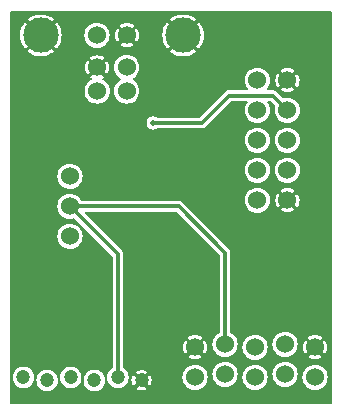
<source format=gbl>
%TF.GenerationSoftware,KiCad,Pcbnew,7.0.8*%
%TF.CreationDate,2024-04-09T21:16:55-04:00*%
%TF.ProjectId,petit-jtag,70657469-742d-46a7-9461-672e6b696361,1.1*%
%TF.SameCoordinates,PX8aadb58PY72b28c8*%
%TF.FileFunction,Copper,L2,Bot*%
%TF.FilePolarity,Positive*%
%FSLAX46Y46*%
G04 Gerber Fmt 4.6, Leading zero omitted, Abs format (unit mm)*
G04 Created by KiCad (PCBNEW 7.0.8) date 2024-04-09 21:16:55*
%MOMM*%
%LPD*%
G01*
G04 APERTURE LIST*
%TA.AperFunction,ComponentPad*%
%ADD10C,1.524000*%
%TD*%
%TA.AperFunction,ComponentPad*%
%ADD11C,3.000000*%
%TD*%
%TA.AperFunction,ComponentPad*%
%ADD12C,1.200000*%
%TD*%
%TA.AperFunction,ViaPad*%
%ADD13C,0.508000*%
%TD*%
%TA.AperFunction,Conductor*%
%ADD14C,0.304800*%
%TD*%
G04 APERTURE END LIST*
D10*
X8021000Y27159000D03*
X10521000Y27159000D03*
X10521000Y29159000D03*
X8021000Y29159000D03*
D11*
X3251000Y31869000D03*
X15291000Y31869000D03*
D10*
X5715000Y14859000D03*
X5715000Y17399000D03*
X5715000Y19939000D03*
X16306800Y2921000D03*
X16306800Y5461000D03*
X18846800Y3175000D03*
X18846800Y5715000D03*
X21386800Y2921000D03*
X21386800Y5461000D03*
X23926800Y3175000D03*
X23926800Y5715000D03*
X26466800Y2921000D03*
X26466800Y5461000D03*
D12*
X1778000Y2921000D03*
X3778000Y2667000D03*
X5778000Y2921000D03*
X7778000Y2667000D03*
X9778000Y2921000D03*
X11778000Y2667000D03*
D10*
X21590000Y28067000D03*
X24130000Y28067000D03*
X21590000Y25527000D03*
X24130000Y25527000D03*
X21590000Y22987000D03*
X24130000Y22987000D03*
X21590000Y20447000D03*
X24130000Y20447000D03*
X21590000Y17907000D03*
X24130000Y17907000D03*
X8001000Y31877000D03*
X10541000Y31877000D03*
D13*
X16408400Y20472400D03*
X12763500Y24447500D03*
D14*
X24130000Y25527000D02*
X22885400Y26771600D01*
X22885400Y26771600D02*
X19202400Y26771600D01*
X19202400Y26771600D02*
X16878300Y24447500D01*
X16878300Y24447500D02*
X12763500Y24447500D01*
X14909800Y17399000D02*
X18846800Y13462000D01*
X18846800Y13462000D02*
X18846800Y5715000D01*
X5715000Y17399000D02*
X14909800Y17399000D01*
X9778000Y2921000D02*
X9778000Y13336000D01*
X9778000Y13336000D02*
X5715000Y17399000D01*
%TA.AperFunction,Conductor*%
G36*
X27908101Y33887935D02*
G01*
X27938165Y33835864D01*
X27939500Y33820600D01*
X27939500Y723400D01*
X27918935Y666899D01*
X27866864Y636835D01*
X27851600Y635500D01*
X723400Y635500D01*
X666899Y656065D01*
X636835Y708136D01*
X635500Y723400D01*
X635500Y2920996D01*
X867713Y2920996D01*
X884152Y2764586D01*
X887605Y2731741D01*
X946411Y2550753D01*
X1041562Y2385947D01*
X1168899Y2244525D01*
X1322856Y2132668D01*
X1496706Y2055266D01*
X1682849Y2015700D01*
X1873151Y2015700D01*
X2059294Y2055266D01*
X2233144Y2132668D01*
X2387101Y2244525D01*
X2514438Y2385947D01*
X2609589Y2550753D01*
X2647358Y2666996D01*
X2867713Y2666996D01*
X2884152Y2510586D01*
X2887605Y2477741D01*
X2946411Y2296753D01*
X3041562Y2131947D01*
X3168899Y1990525D01*
X3322856Y1878668D01*
X3496706Y1801266D01*
X3682849Y1761700D01*
X3873151Y1761700D01*
X4059294Y1801266D01*
X4233144Y1878668D01*
X4387101Y1990525D01*
X4514438Y2131947D01*
X4609589Y2296753D01*
X4668395Y2477741D01*
X4688287Y2667000D01*
X4688287Y2667001D01*
X4688287Y2667005D01*
X4669523Y2845528D01*
X4668395Y2856259D01*
X4647361Y2920996D01*
X4867713Y2920996D01*
X4884152Y2764586D01*
X4887605Y2731741D01*
X4946411Y2550753D01*
X5041562Y2385947D01*
X5168899Y2244525D01*
X5322856Y2132668D01*
X5496706Y2055266D01*
X5682849Y2015700D01*
X5873151Y2015700D01*
X6059294Y2055266D01*
X6233144Y2132668D01*
X6387101Y2244525D01*
X6514438Y2385947D01*
X6609589Y2550753D01*
X6647358Y2666996D01*
X6867713Y2666996D01*
X6884152Y2510586D01*
X6887605Y2477741D01*
X6946411Y2296753D01*
X7041562Y2131947D01*
X7168899Y1990525D01*
X7322856Y1878668D01*
X7496706Y1801266D01*
X7682849Y1761700D01*
X7873151Y1761700D01*
X8059294Y1801266D01*
X8233144Y1878668D01*
X8387101Y1990525D01*
X8514438Y2131947D01*
X8609589Y2296753D01*
X8668395Y2477741D01*
X8688287Y2667000D01*
X8688287Y2667001D01*
X8688287Y2667005D01*
X8669523Y2845528D01*
X8668395Y2856259D01*
X8609589Y3037247D01*
X8514438Y3202053D01*
X8387101Y3343475D01*
X8351842Y3369092D01*
X8233147Y3455330D01*
X8233145Y3455331D01*
X8233144Y3455332D01*
X8059294Y3532734D01*
X8059291Y3532735D01*
X8059290Y3532735D01*
X7873151Y3572300D01*
X7682849Y3572300D01*
X7496708Y3532735D01*
X7496704Y3532733D01*
X7322858Y3455333D01*
X7168898Y3343475D01*
X7041563Y3202055D01*
X6946411Y3037248D01*
X6923188Y2965773D01*
X6903457Y2905045D01*
X6887604Y2856255D01*
X6867713Y2667005D01*
X6867713Y2666996D01*
X6647358Y2666996D01*
X6668395Y2731741D01*
X6681482Y2856255D01*
X6688287Y2920996D01*
X6688287Y2921005D01*
X6668395Y3110255D01*
X6668395Y3110259D01*
X6609589Y3291247D01*
X6514438Y3456053D01*
X6387101Y3597475D01*
X6274417Y3679345D01*
X6233147Y3709330D01*
X6233145Y3709331D01*
X6233144Y3709332D01*
X6059294Y3786734D01*
X6059291Y3786735D01*
X6059290Y3786735D01*
X5873151Y3826300D01*
X5682849Y3826300D01*
X5496708Y3786735D01*
X5496704Y3786733D01*
X5322858Y3709333D01*
X5168898Y3597475D01*
X5041563Y3456055D01*
X4946411Y3291248D01*
X4887604Y3110255D01*
X4867713Y2921005D01*
X4867713Y2920996D01*
X4647361Y2920996D01*
X4609589Y3037247D01*
X4514438Y3202053D01*
X4387101Y3343475D01*
X4351842Y3369092D01*
X4233147Y3455330D01*
X4233145Y3455331D01*
X4233144Y3455332D01*
X4059294Y3532734D01*
X4059291Y3532735D01*
X4059290Y3532735D01*
X3873151Y3572300D01*
X3682849Y3572300D01*
X3496708Y3532735D01*
X3496704Y3532733D01*
X3322858Y3455333D01*
X3168898Y3343475D01*
X3041563Y3202055D01*
X2946411Y3037248D01*
X2923188Y2965773D01*
X2903457Y2905045D01*
X2887604Y2856255D01*
X2867713Y2667005D01*
X2867713Y2666996D01*
X2647358Y2666996D01*
X2668395Y2731741D01*
X2681482Y2856255D01*
X2688287Y2920996D01*
X2688287Y2921005D01*
X2668395Y3110255D01*
X2668395Y3110259D01*
X2609589Y3291247D01*
X2514438Y3456053D01*
X2387101Y3597475D01*
X2274417Y3679345D01*
X2233147Y3709330D01*
X2233145Y3709331D01*
X2233144Y3709332D01*
X2059294Y3786734D01*
X2059291Y3786735D01*
X2059290Y3786735D01*
X1873151Y3826300D01*
X1682849Y3826300D01*
X1496708Y3786735D01*
X1496704Y3786733D01*
X1322858Y3709333D01*
X1168898Y3597475D01*
X1041563Y3456055D01*
X946411Y3291248D01*
X887604Y3110255D01*
X867713Y2921005D01*
X867713Y2920996D01*
X635500Y2920996D01*
X635500Y14859000D01*
X4642536Y14859000D01*
X4663144Y14649767D01*
X4724170Y14448591D01*
X4724170Y14448590D01*
X4724171Y14448587D01*
X4724172Y14448586D01*
X4823279Y14263171D01*
X4956653Y14100653D01*
X5119171Y13967279D01*
X5304586Y13868172D01*
X5304588Y13868172D01*
X5304589Y13868171D01*
X5436399Y13828187D01*
X5505773Y13807143D01*
X5715000Y13786536D01*
X5924227Y13807143D01*
X6125414Y13868172D01*
X6310829Y13967279D01*
X6473347Y14100653D01*
X6606721Y14263171D01*
X6705828Y14448586D01*
X6766857Y14649773D01*
X6787464Y14859000D01*
X6766857Y15068227D01*
X6705828Y15269414D01*
X6606721Y15454829D01*
X6473347Y15617347D01*
X6310829Y15750721D01*
X6125414Y15849828D01*
X6125413Y15849829D01*
X6125410Y15849830D01*
X5924233Y15910856D01*
X5924228Y15910857D01*
X5924227Y15910857D01*
X5715000Y15931464D01*
X5505773Y15910857D01*
X5505771Y15910857D01*
X5505766Y15910856D01*
X5304590Y15849830D01*
X5304589Y15849830D01*
X5119170Y15750721D01*
X4956655Y15617349D01*
X4956651Y15617345D01*
X4823279Y15454830D01*
X4724170Y15269411D01*
X4724170Y15269410D01*
X4663144Y15068234D01*
X4642536Y14859000D01*
X635500Y14859000D01*
X635500Y17399000D01*
X4642536Y17399000D01*
X4651186Y17311171D01*
X4663144Y17189767D01*
X4724170Y16988591D01*
X4724170Y16988590D01*
X4724171Y16988587D01*
X4724172Y16988586D01*
X4823279Y16803171D01*
X4956653Y16640653D01*
X5119171Y16507279D01*
X5304586Y16408172D01*
X5304588Y16408172D01*
X5304589Y16408171D01*
X5406308Y16377315D01*
X5505773Y16347143D01*
X5715000Y16326536D01*
X5924227Y16347143D01*
X6023689Y16377315D01*
X6083726Y16374038D01*
X6111360Y16355355D01*
X9294555Y13172160D01*
X9319966Y13117666D01*
X9320300Y13110005D01*
X9320300Y3752263D01*
X9299735Y3695762D01*
X9284067Y3681151D01*
X9168900Y3597476D01*
X9168898Y3597475D01*
X9041563Y3456055D01*
X8946411Y3291248D01*
X8887604Y3110255D01*
X8867713Y2921005D01*
X8867713Y2920996D01*
X8884152Y2764586D01*
X8887605Y2731741D01*
X8946411Y2550753D01*
X9041562Y2385947D01*
X9168899Y2244525D01*
X9322856Y2132668D01*
X9496706Y2055266D01*
X9682849Y2015700D01*
X9873151Y2015700D01*
X10059294Y2055266D01*
X10233144Y2132668D01*
X10387101Y2244525D01*
X10514438Y2385947D01*
X10609589Y2550753D01*
X10647358Y2666996D01*
X10919296Y2666996D01*
X10938059Y2488473D01*
X10938059Y2488471D01*
X10993535Y2317735D01*
X11073939Y2178469D01*
X11407851Y2512382D01*
X11450359Y2428955D01*
X11539955Y2339359D01*
X11623378Y2296853D01*
X11291435Y1964909D01*
X11291434Y1964909D01*
X11348648Y1923341D01*
X11512646Y1850325D01*
X11512648Y1850324D01*
X11688235Y1813001D01*
X11688244Y1813000D01*
X11867756Y1813000D01*
X11867764Y1813001D01*
X12043351Y1850324D01*
X12043353Y1850325D01*
X12207352Y1923342D01*
X12264563Y1964909D01*
X11932620Y2296852D01*
X12016045Y2339359D01*
X12105641Y2428955D01*
X12148148Y2512380D01*
X12482059Y2178469D01*
X12562462Y2317729D01*
X12617940Y2488471D01*
X12617940Y2488473D01*
X12636704Y2666996D01*
X12636704Y2667005D01*
X12617940Y2845528D01*
X12617940Y2845530D01*
X12593418Y2921000D01*
X15234336Y2921000D01*
X15252976Y2731741D01*
X15254944Y2711767D01*
X15315970Y2510591D01*
X15315970Y2510590D01*
X15315971Y2510587D01*
X15315972Y2510586D01*
X15415079Y2325171D01*
X15548453Y2162653D01*
X15710971Y2029279D01*
X15896386Y1930172D01*
X15896388Y1930172D01*
X15896389Y1930171D01*
X15918901Y1923342D01*
X16097573Y1869143D01*
X16306800Y1848536D01*
X16516027Y1869143D01*
X16717214Y1930172D01*
X16902629Y2029279D01*
X17065147Y2162653D01*
X17198521Y2325171D01*
X17297628Y2510586D01*
X17358657Y2711773D01*
X17379264Y2921000D01*
X17358657Y3130227D01*
X17345075Y3175000D01*
X17774336Y3175000D01*
X17787903Y3037247D01*
X17794944Y2965767D01*
X17855970Y2764591D01*
X17855970Y2764590D01*
X17855971Y2764587D01*
X17855972Y2764586D01*
X17955079Y2579171D01*
X18088453Y2416653D01*
X18250971Y2283279D01*
X18436386Y2184172D01*
X18637573Y2123143D01*
X18846800Y2102536D01*
X19056027Y2123143D01*
X19257214Y2184172D01*
X19442629Y2283279D01*
X19605147Y2416653D01*
X19738521Y2579171D01*
X19837628Y2764586D01*
X19885075Y2921000D01*
X20314336Y2921000D01*
X20332976Y2731741D01*
X20334944Y2711767D01*
X20395970Y2510591D01*
X20395970Y2510590D01*
X20395971Y2510587D01*
X20395972Y2510586D01*
X20495079Y2325171D01*
X20628453Y2162653D01*
X20790971Y2029279D01*
X20976386Y1930172D01*
X20976388Y1930172D01*
X20976389Y1930171D01*
X20998901Y1923342D01*
X21177573Y1869143D01*
X21386800Y1848536D01*
X21596027Y1869143D01*
X21797214Y1930172D01*
X21982629Y2029279D01*
X22145147Y2162653D01*
X22278521Y2325171D01*
X22377628Y2510586D01*
X22438657Y2711773D01*
X22459264Y2921000D01*
X22438657Y3130227D01*
X22425075Y3175000D01*
X22854336Y3175000D01*
X22867903Y3037247D01*
X22874944Y2965767D01*
X22935970Y2764591D01*
X22935970Y2764590D01*
X22935971Y2764587D01*
X22935972Y2764586D01*
X23035079Y2579171D01*
X23168453Y2416653D01*
X23330971Y2283279D01*
X23516386Y2184172D01*
X23717573Y2123143D01*
X23926800Y2102536D01*
X24136027Y2123143D01*
X24337214Y2184172D01*
X24522629Y2283279D01*
X24685147Y2416653D01*
X24818521Y2579171D01*
X24917628Y2764586D01*
X24965075Y2921000D01*
X25394336Y2921000D01*
X25412976Y2731741D01*
X25414944Y2711767D01*
X25475970Y2510591D01*
X25475970Y2510590D01*
X25475971Y2510587D01*
X25475972Y2510586D01*
X25575079Y2325171D01*
X25708453Y2162653D01*
X25870971Y2029279D01*
X26056386Y1930172D01*
X26056388Y1930172D01*
X26056389Y1930171D01*
X26078901Y1923342D01*
X26257573Y1869143D01*
X26466800Y1848536D01*
X26676027Y1869143D01*
X26877214Y1930172D01*
X27062629Y2029279D01*
X27225147Y2162653D01*
X27358521Y2325171D01*
X27457628Y2510586D01*
X27518657Y2711773D01*
X27539264Y2921000D01*
X27518657Y3130227D01*
X27457628Y3331414D01*
X27358521Y3516829D01*
X27225147Y3679347D01*
X27062629Y3812721D01*
X26877214Y3911828D01*
X26877213Y3911829D01*
X26877210Y3911830D01*
X26676033Y3972856D01*
X26676028Y3972857D01*
X26676027Y3972857D01*
X26466800Y3993464D01*
X26257573Y3972857D01*
X26257571Y3972857D01*
X26257566Y3972856D01*
X26056390Y3911830D01*
X26056389Y3911830D01*
X25870970Y3812721D01*
X25708455Y3679349D01*
X25708451Y3679345D01*
X25575079Y3516830D01*
X25475970Y3331411D01*
X25475970Y3331410D01*
X25414944Y3130234D01*
X25414943Y3130229D01*
X25414943Y3130227D01*
X25394336Y2921000D01*
X24965075Y2921000D01*
X24978657Y2965773D01*
X24999264Y3175000D01*
X24978657Y3384227D01*
X24917628Y3585414D01*
X24818521Y3770829D01*
X24685147Y3933347D01*
X24522629Y4066721D01*
X24337214Y4165828D01*
X24337213Y4165829D01*
X24337210Y4165830D01*
X24136033Y4226856D01*
X24136028Y4226857D01*
X24136027Y4226857D01*
X23926800Y4247464D01*
X23717573Y4226857D01*
X23717571Y4226857D01*
X23717566Y4226856D01*
X23516390Y4165830D01*
X23516389Y4165830D01*
X23330970Y4066721D01*
X23168455Y3933349D01*
X23168451Y3933345D01*
X23035079Y3770830D01*
X22935970Y3585411D01*
X22935970Y3585410D01*
X22874944Y3384234D01*
X22874943Y3384229D01*
X22874943Y3384227D01*
X22854336Y3175000D01*
X22425075Y3175000D01*
X22377628Y3331414D01*
X22278521Y3516829D01*
X22145147Y3679347D01*
X21982629Y3812721D01*
X21797214Y3911828D01*
X21797213Y3911829D01*
X21797210Y3911830D01*
X21596033Y3972856D01*
X21596028Y3972857D01*
X21596027Y3972857D01*
X21386800Y3993464D01*
X21177573Y3972857D01*
X21177571Y3972857D01*
X21177566Y3972856D01*
X20976390Y3911830D01*
X20976389Y3911830D01*
X20790970Y3812721D01*
X20628455Y3679349D01*
X20628451Y3679345D01*
X20495079Y3516830D01*
X20395970Y3331411D01*
X20395970Y3331410D01*
X20334944Y3130234D01*
X20334943Y3130229D01*
X20334943Y3130227D01*
X20314336Y2921000D01*
X19885075Y2921000D01*
X19898657Y2965773D01*
X19919264Y3175000D01*
X19898657Y3384227D01*
X19837628Y3585414D01*
X19738521Y3770829D01*
X19605147Y3933347D01*
X19442629Y4066721D01*
X19257214Y4165828D01*
X19257213Y4165829D01*
X19257210Y4165830D01*
X19056033Y4226856D01*
X19056028Y4226857D01*
X19056027Y4226857D01*
X18846800Y4247464D01*
X18637573Y4226857D01*
X18637571Y4226857D01*
X18637566Y4226856D01*
X18436390Y4165830D01*
X18436389Y4165830D01*
X18250970Y4066721D01*
X18088455Y3933349D01*
X18088451Y3933345D01*
X17955079Y3770830D01*
X17855970Y3585411D01*
X17855970Y3585410D01*
X17794944Y3384234D01*
X17794943Y3384229D01*
X17794943Y3384227D01*
X17774336Y3175000D01*
X17345075Y3175000D01*
X17297628Y3331414D01*
X17198521Y3516829D01*
X17065147Y3679347D01*
X16902629Y3812721D01*
X16717214Y3911828D01*
X16717213Y3911829D01*
X16717210Y3911830D01*
X16516033Y3972856D01*
X16516028Y3972857D01*
X16516027Y3972857D01*
X16306800Y3993464D01*
X16097573Y3972857D01*
X16097571Y3972857D01*
X16097566Y3972856D01*
X15896390Y3911830D01*
X15896389Y3911830D01*
X15710970Y3812721D01*
X15548455Y3679349D01*
X15548451Y3679345D01*
X15415079Y3516830D01*
X15315970Y3331411D01*
X15315970Y3331410D01*
X15254944Y3130234D01*
X15254943Y3130229D01*
X15254943Y3130227D01*
X15234336Y2921000D01*
X12593418Y2921000D01*
X12562463Y3016268D01*
X12482059Y3155533D01*
X12148147Y2821622D01*
X12105641Y2905045D01*
X12016045Y2994641D01*
X11932619Y3037149D01*
X12264563Y3369093D01*
X12207351Y3410660D01*
X12043353Y3483676D01*
X12043351Y3483677D01*
X11867764Y3521000D01*
X11688235Y3521000D01*
X11512648Y3483677D01*
X11512646Y3483676D01*
X11348645Y3410658D01*
X11291435Y3369093D01*
X11291435Y3369092D01*
X11623379Y3037148D01*
X11539955Y2994641D01*
X11450359Y2905045D01*
X11407851Y2821621D01*
X11073939Y3155533D01*
X10993535Y3016266D01*
X10938059Y2845530D01*
X10938059Y2845528D01*
X10919296Y2667005D01*
X10919296Y2666996D01*
X10647358Y2666996D01*
X10668395Y2731741D01*
X10681482Y2856255D01*
X10688287Y2920996D01*
X10688287Y2921005D01*
X10668395Y3110255D01*
X10668395Y3110259D01*
X10609589Y3291247D01*
X10514438Y3456053D01*
X10387101Y3597475D01*
X10350971Y3623726D01*
X10271933Y3681151D01*
X10238311Y3730999D01*
X10235700Y3752263D01*
X10235700Y5461000D01*
X15285884Y5461000D01*
X15305502Y5261823D01*
X15363596Y5070314D01*
X15457939Y4893809D01*
X15487752Y4857481D01*
X15854866Y5224596D01*
X15918931Y5124910D01*
X16029330Y5029248D01*
X16071373Y5010048D01*
X15703279Y4641954D01*
X15739608Y4612140D01*
X15916113Y4517797D01*
X16107622Y4459703D01*
X16306800Y4440085D01*
X16505977Y4459703D01*
X16697486Y4517797D01*
X16873994Y4612142D01*
X16910319Y4641954D01*
X16542226Y5010048D01*
X16584270Y5029248D01*
X16694669Y5124910D01*
X16758732Y5224595D01*
X17125846Y4857481D01*
X17155658Y4893806D01*
X17250003Y5070314D01*
X17308097Y5261823D01*
X17327715Y5461000D01*
X17308097Y5660178D01*
X17250003Y5851687D01*
X17155660Y6028192D01*
X17125846Y6064521D01*
X16758731Y5697407D01*
X16694669Y5797090D01*
X16584270Y5892752D01*
X16542224Y5911954D01*
X16910319Y6280048D01*
X16873991Y6309861D01*
X16697486Y6404204D01*
X16505977Y6462298D01*
X16306800Y6481916D01*
X16107622Y6462298D01*
X15916113Y6404204D01*
X15916109Y6404203D01*
X15739613Y6309865D01*
X15703279Y6280048D01*
X16071374Y5911953D01*
X16029330Y5892752D01*
X15918931Y5797090D01*
X15854867Y5697406D01*
X15487752Y6064521D01*
X15457935Y6028187D01*
X15363597Y5851691D01*
X15363596Y5851687D01*
X15305502Y5660178D01*
X15285884Y5461000D01*
X10235700Y5461000D01*
X10235700Y13307824D01*
X10235977Y13312749D01*
X10240547Y13353307D01*
X10229311Y13412687D01*
X10225383Y13438749D01*
X10220306Y13472433D01*
X10220305Y13472436D01*
X10218364Y13478729D01*
X10218601Y13478803D01*
X10217305Y13482740D01*
X10217070Y13482657D01*
X10214896Y13488868D01*
X10214895Y13488876D01*
X10186662Y13542295D01*
X10160441Y13596744D01*
X10160440Y13596745D01*
X10160440Y13596746D01*
X10156730Y13602188D01*
X10156933Y13602328D01*
X10154534Y13605710D01*
X10154335Y13605562D01*
X10150422Y13610864D01*
X10107704Y13653581D01*
X10094051Y13668295D01*
X10066595Y13697886D01*
X10066592Y13697888D01*
X10061445Y13701993D01*
X10061599Y13702187D01*
X10050851Y13710434D01*
X6970040Y16791245D01*
X6944629Y16845739D01*
X6960192Y16903817D01*
X7009445Y16938305D01*
X7032195Y16941300D01*
X14683804Y16941300D01*
X14740305Y16920735D01*
X14745959Y16915555D01*
X18363355Y13298160D01*
X18388766Y13243666D01*
X18389100Y13236005D01*
X18389100Y6733239D01*
X18368535Y6676738D01*
X18342637Y6655719D01*
X18250972Y6606722D01*
X18088455Y6473349D01*
X18088451Y6473345D01*
X17955079Y6310830D01*
X17855970Y6125411D01*
X17855970Y6125410D01*
X17794944Y5924234D01*
X17794943Y5924229D01*
X17794943Y5924227D01*
X17774336Y5715000D01*
X17779735Y5660178D01*
X17794944Y5505767D01*
X17855970Y5304591D01*
X17855970Y5304590D01*
X17855971Y5304587D01*
X17855972Y5304586D01*
X17955079Y5119171D01*
X18088453Y4956653D01*
X18250971Y4823279D01*
X18436386Y4724172D01*
X18637573Y4663143D01*
X18846800Y4642536D01*
X19056027Y4663143D01*
X19257214Y4724172D01*
X19442629Y4823279D01*
X19605147Y4956653D01*
X19738521Y5119171D01*
X19837628Y5304586D01*
X19885075Y5461000D01*
X20314336Y5461000D01*
X20333953Y5261823D01*
X20334944Y5251767D01*
X20395970Y5050591D01*
X20395970Y5050590D01*
X20395971Y5050587D01*
X20395972Y5050586D01*
X20495079Y4865171D01*
X20628453Y4702653D01*
X20790971Y4569279D01*
X20976386Y4470172D01*
X21177573Y4409143D01*
X21386800Y4388536D01*
X21596027Y4409143D01*
X21797214Y4470172D01*
X21982629Y4569279D01*
X22145147Y4702653D01*
X22278521Y4865171D01*
X22377628Y5050586D01*
X22438657Y5251773D01*
X22459264Y5461000D01*
X22438657Y5670227D01*
X22425075Y5715000D01*
X22854336Y5715000D01*
X22859735Y5660178D01*
X22874944Y5505767D01*
X22935970Y5304591D01*
X22935970Y5304590D01*
X22935971Y5304587D01*
X22935972Y5304586D01*
X23035079Y5119171D01*
X23168453Y4956653D01*
X23330971Y4823279D01*
X23516386Y4724172D01*
X23717573Y4663143D01*
X23926800Y4642536D01*
X24136027Y4663143D01*
X24337214Y4724172D01*
X24522629Y4823279D01*
X24685147Y4956653D01*
X24818521Y5119171D01*
X24917628Y5304586D01*
X24965075Y5461000D01*
X25445884Y5461000D01*
X25465502Y5261823D01*
X25523596Y5070314D01*
X25617939Y4893809D01*
X25647752Y4857481D01*
X26014866Y5224596D01*
X26078931Y5124910D01*
X26189330Y5029248D01*
X26231373Y5010048D01*
X25863279Y4641954D01*
X25899608Y4612140D01*
X26076113Y4517797D01*
X26267622Y4459703D01*
X26466800Y4440085D01*
X26665977Y4459703D01*
X26857486Y4517797D01*
X27033994Y4612142D01*
X27070319Y4641954D01*
X26702226Y5010048D01*
X26744270Y5029248D01*
X26854669Y5124910D01*
X26918732Y5224595D01*
X27285846Y4857481D01*
X27315658Y4893806D01*
X27410003Y5070314D01*
X27468097Y5261823D01*
X27487715Y5461000D01*
X27468097Y5660178D01*
X27410003Y5851687D01*
X27315660Y6028192D01*
X27285846Y6064521D01*
X26918731Y5697407D01*
X26854669Y5797090D01*
X26744270Y5892752D01*
X26702224Y5911954D01*
X27070319Y6280048D01*
X27033991Y6309861D01*
X26857486Y6404204D01*
X26665977Y6462298D01*
X26466800Y6481916D01*
X26267622Y6462298D01*
X26076113Y6404204D01*
X26076109Y6404203D01*
X25899613Y6309865D01*
X25863279Y6280048D01*
X26231374Y5911953D01*
X26189330Y5892752D01*
X26078931Y5797090D01*
X26014867Y5697406D01*
X25647752Y6064521D01*
X25617935Y6028187D01*
X25523597Y5851691D01*
X25523596Y5851687D01*
X25465502Y5660178D01*
X25445884Y5461000D01*
X24965075Y5461000D01*
X24978657Y5505773D01*
X24999264Y5715000D01*
X24978657Y5924227D01*
X24917628Y6125414D01*
X24818521Y6310829D01*
X24685147Y6473347D01*
X24522629Y6606721D01*
X24337214Y6705828D01*
X24337213Y6705829D01*
X24337210Y6705830D01*
X24136033Y6766856D01*
X24136028Y6766857D01*
X24136027Y6766857D01*
X23926800Y6787464D01*
X23717573Y6766857D01*
X23717571Y6766857D01*
X23717566Y6766856D01*
X23516390Y6705830D01*
X23516389Y6705830D01*
X23330970Y6606721D01*
X23168455Y6473349D01*
X23168451Y6473345D01*
X23035079Y6310830D01*
X22935970Y6125411D01*
X22935970Y6125410D01*
X22874944Y5924234D01*
X22874943Y5924229D01*
X22874943Y5924227D01*
X22854336Y5715000D01*
X22425075Y5715000D01*
X22377628Y5871414D01*
X22278521Y6056829D01*
X22145147Y6219347D01*
X21982629Y6352721D01*
X21797214Y6451828D01*
X21797213Y6451829D01*
X21797210Y6451830D01*
X21596033Y6512856D01*
X21596028Y6512857D01*
X21596027Y6512857D01*
X21386800Y6533464D01*
X21177573Y6512857D01*
X21177571Y6512857D01*
X21177566Y6512856D01*
X20976390Y6451830D01*
X20976389Y6451830D01*
X20790970Y6352721D01*
X20628455Y6219349D01*
X20628451Y6219345D01*
X20495079Y6056830D01*
X20395970Y5871411D01*
X20395970Y5871410D01*
X20334944Y5670234D01*
X20334943Y5670229D01*
X20334943Y5670227D01*
X20314336Y5461000D01*
X19885075Y5461000D01*
X19898657Y5505773D01*
X19919264Y5715000D01*
X19898657Y5924227D01*
X19837628Y6125414D01*
X19738521Y6310829D01*
X19605147Y6473347D01*
X19442629Y6606721D01*
X19437490Y6609468D01*
X19350963Y6655719D01*
X19310828Y6700490D01*
X19304500Y6733239D01*
X19304500Y13433824D01*
X19304777Y13438749D01*
X19309347Y13479307D01*
X19298111Y13538687D01*
X19297567Y13542295D01*
X19289106Y13598433D01*
X19289105Y13598436D01*
X19287164Y13604729D01*
X19287401Y13604803D01*
X19286105Y13608740D01*
X19285870Y13608657D01*
X19283696Y13614868D01*
X19283695Y13614876D01*
X19255462Y13668295D01*
X19229241Y13722744D01*
X19229240Y13722745D01*
X19229240Y13722746D01*
X19225530Y13728188D01*
X19225733Y13728328D01*
X19223334Y13731710D01*
X19223135Y13731562D01*
X19219222Y13736864D01*
X19176504Y13779581D01*
X19150928Y13807145D01*
X19135395Y13823886D01*
X19135392Y13823888D01*
X19130245Y13827993D01*
X19130399Y13828187D01*
X19119651Y13836434D01*
X15253364Y17702721D01*
X15250081Y17706395D01*
X15224632Y17738308D01*
X15174694Y17772355D01*
X15126083Y17808232D01*
X15120261Y17811309D01*
X15120375Y17811526D01*
X15116668Y17813398D01*
X15116562Y17813175D01*
X15110630Y17816032D01*
X15052885Y17833844D01*
X14995852Y17853801D01*
X14989383Y17855025D01*
X14989428Y17855266D01*
X14985335Y17855962D01*
X14985299Y17855719D01*
X14978790Y17856700D01*
X14978787Y17856700D01*
X14918363Y17856700D01*
X14857975Y17858960D01*
X14857974Y17858960D01*
X14857968Y17858960D01*
X14851428Y17858223D01*
X14851400Y17858469D01*
X14837967Y17856700D01*
X6733238Y17856700D01*
X6676737Y17877265D01*
X6655717Y17903164D01*
X6653667Y17907000D01*
X20517536Y17907000D01*
X20537484Y17704462D01*
X20538144Y17697767D01*
X20599170Y17496591D01*
X20599170Y17496590D01*
X20599171Y17496587D01*
X20599172Y17496586D01*
X20698279Y17311171D01*
X20831653Y17148653D01*
X20994171Y17015279D01*
X21179586Y16916172D01*
X21380773Y16855143D01*
X21590000Y16834536D01*
X21799227Y16855143D01*
X22000414Y16916172D01*
X22185829Y17015279D01*
X22348347Y17148653D01*
X22481721Y17311171D01*
X22580828Y17496586D01*
X22641857Y17697773D01*
X22662464Y17907000D01*
X23109084Y17907000D01*
X23128702Y17707823D01*
X23186796Y17516314D01*
X23281139Y17339809D01*
X23310952Y17303481D01*
X23678066Y17670596D01*
X23742131Y17570910D01*
X23852530Y17475248D01*
X23894573Y17456048D01*
X23526479Y17087954D01*
X23562808Y17058140D01*
X23739313Y16963797D01*
X23930822Y16905703D01*
X24130000Y16886085D01*
X24329177Y16905703D01*
X24520686Y16963797D01*
X24697194Y17058142D01*
X24733519Y17087954D01*
X24365426Y17456048D01*
X24407470Y17475248D01*
X24517869Y17570910D01*
X24581932Y17670595D01*
X24949046Y17303481D01*
X24978858Y17339806D01*
X25073203Y17516314D01*
X25131297Y17707823D01*
X25150915Y17907000D01*
X25131297Y18106178D01*
X25073203Y18297687D01*
X24978860Y18474192D01*
X24949046Y18510521D01*
X24581931Y18143407D01*
X24517869Y18243090D01*
X24407470Y18338752D01*
X24365424Y18357954D01*
X24733519Y18726048D01*
X24697191Y18755861D01*
X24520686Y18850204D01*
X24329177Y18908298D01*
X24130000Y18927916D01*
X23930822Y18908298D01*
X23739313Y18850204D01*
X23739309Y18850203D01*
X23562813Y18755865D01*
X23526479Y18726048D01*
X23894574Y18357953D01*
X23852530Y18338752D01*
X23742131Y18243090D01*
X23678067Y18143406D01*
X23310952Y18510521D01*
X23281135Y18474187D01*
X23186797Y18297691D01*
X23186796Y18297687D01*
X23128702Y18106178D01*
X23109084Y17907000D01*
X22662464Y17907000D01*
X22641857Y18116227D01*
X22629383Y18157347D01*
X22580829Y18317410D01*
X22580829Y18317411D01*
X22580828Y18317412D01*
X22580828Y18317414D01*
X22481721Y18502829D01*
X22348347Y18665347D01*
X22185829Y18798721D01*
X22000414Y18897828D01*
X22000413Y18897829D01*
X22000410Y18897830D01*
X21799233Y18958856D01*
X21799228Y18958857D01*
X21799227Y18958857D01*
X21590000Y18979464D01*
X21380773Y18958857D01*
X21380771Y18958857D01*
X21380766Y18958856D01*
X21179590Y18897830D01*
X21179589Y18897830D01*
X20994170Y18798721D01*
X20831655Y18665349D01*
X20831651Y18665345D01*
X20698279Y18502830D01*
X20599170Y18317411D01*
X20599170Y18317410D01*
X20538144Y18116234D01*
X20538143Y18116229D01*
X20538143Y18116227D01*
X20517536Y17907000D01*
X6653667Y17907000D01*
X6606720Y17994830D01*
X6473347Y18157347D01*
X6310829Y18290721D01*
X6125414Y18389828D01*
X6125413Y18389829D01*
X6125410Y18389830D01*
X5924233Y18450856D01*
X5924228Y18450857D01*
X5924227Y18450857D01*
X5715000Y18471464D01*
X5505773Y18450857D01*
X5505771Y18450857D01*
X5505766Y18450856D01*
X5304590Y18389830D01*
X5304589Y18389830D01*
X5119170Y18290721D01*
X4956655Y18157349D01*
X4956651Y18157345D01*
X4823279Y17994830D01*
X4724170Y17809411D01*
X4724170Y17809410D01*
X4663144Y17608234D01*
X4663143Y17608229D01*
X4663143Y17608227D01*
X4642536Y17399000D01*
X635500Y17399000D01*
X635500Y19939000D01*
X4642536Y19939000D01*
X4651186Y19851171D01*
X4663144Y19729767D01*
X4724170Y19528591D01*
X4724170Y19528590D01*
X4724171Y19528587D01*
X4724172Y19528586D01*
X4823279Y19343171D01*
X4956653Y19180653D01*
X5119171Y19047279D01*
X5304586Y18948172D01*
X5304588Y18948172D01*
X5304589Y18948171D01*
X5436033Y18908298D01*
X5505773Y18887143D01*
X5715000Y18866536D01*
X5924227Y18887143D01*
X6125414Y18948172D01*
X6310829Y19047279D01*
X6473347Y19180653D01*
X6606721Y19343171D01*
X6705828Y19528586D01*
X6766857Y19729773D01*
X6787464Y19939000D01*
X6766857Y20148227D01*
X6705828Y20349414D01*
X6653667Y20447000D01*
X20517536Y20447000D01*
X20527147Y20349414D01*
X20538144Y20237767D01*
X20599170Y20036591D01*
X20599170Y20036590D01*
X20599171Y20036587D01*
X20599172Y20036586D01*
X20698279Y19851171D01*
X20831653Y19688653D01*
X20994171Y19555279D01*
X21179586Y19456172D01*
X21380773Y19395143D01*
X21590000Y19374536D01*
X21799227Y19395143D01*
X22000414Y19456172D01*
X22185829Y19555279D01*
X22348347Y19688653D01*
X22481721Y19851171D01*
X22580828Y20036586D01*
X22641857Y20237773D01*
X22662464Y20447000D01*
X23057536Y20447000D01*
X23067147Y20349414D01*
X23078144Y20237767D01*
X23139170Y20036591D01*
X23139170Y20036590D01*
X23139171Y20036587D01*
X23139172Y20036586D01*
X23238279Y19851171D01*
X23371653Y19688653D01*
X23534171Y19555279D01*
X23719586Y19456172D01*
X23920773Y19395143D01*
X24130000Y19374536D01*
X24339227Y19395143D01*
X24540414Y19456172D01*
X24725829Y19555279D01*
X24888347Y19688653D01*
X25021721Y19851171D01*
X25120828Y20036586D01*
X25181857Y20237773D01*
X25202464Y20447000D01*
X25181857Y20656227D01*
X25169383Y20697347D01*
X25120829Y20857410D01*
X25120829Y20857411D01*
X25120828Y20857412D01*
X25120828Y20857414D01*
X25021721Y21042829D01*
X24888347Y21205347D01*
X24725829Y21338721D01*
X24540414Y21437828D01*
X24540413Y21437829D01*
X24540410Y21437830D01*
X24339233Y21498856D01*
X24339228Y21498857D01*
X24339227Y21498857D01*
X24130000Y21519464D01*
X23920773Y21498857D01*
X23920771Y21498857D01*
X23920766Y21498856D01*
X23719590Y21437830D01*
X23719589Y21437830D01*
X23534170Y21338721D01*
X23371655Y21205349D01*
X23371651Y21205345D01*
X23238279Y21042830D01*
X23139170Y20857411D01*
X23139170Y20857410D01*
X23078144Y20656234D01*
X23078143Y20656229D01*
X23078143Y20656227D01*
X23057536Y20447000D01*
X22662464Y20447000D01*
X22641857Y20656227D01*
X22629383Y20697347D01*
X22580829Y20857410D01*
X22580829Y20857411D01*
X22580828Y20857412D01*
X22580828Y20857414D01*
X22481721Y21042829D01*
X22348347Y21205347D01*
X22185829Y21338721D01*
X22000414Y21437828D01*
X22000413Y21437829D01*
X22000410Y21437830D01*
X21799233Y21498856D01*
X21799228Y21498857D01*
X21799227Y21498857D01*
X21590000Y21519464D01*
X21380773Y21498857D01*
X21380771Y21498857D01*
X21380766Y21498856D01*
X21179590Y21437830D01*
X21179589Y21437830D01*
X20994170Y21338721D01*
X20831655Y21205349D01*
X20831651Y21205345D01*
X20698279Y21042830D01*
X20599170Y20857411D01*
X20599170Y20857410D01*
X20538144Y20656234D01*
X20538143Y20656229D01*
X20538143Y20656227D01*
X20517536Y20447000D01*
X6653667Y20447000D01*
X6606721Y20534829D01*
X6473347Y20697347D01*
X6310829Y20830721D01*
X6125414Y20929828D01*
X6125413Y20929829D01*
X6125410Y20929830D01*
X5924233Y20990856D01*
X5924228Y20990857D01*
X5924227Y20990857D01*
X5715000Y21011464D01*
X5505773Y20990857D01*
X5505771Y20990857D01*
X5505766Y20990856D01*
X5304590Y20929830D01*
X5304589Y20929830D01*
X5119170Y20830721D01*
X4956655Y20697349D01*
X4956651Y20697345D01*
X4823279Y20534830D01*
X4724170Y20349411D01*
X4724170Y20349410D01*
X4663144Y20148234D01*
X4663143Y20148229D01*
X4663143Y20148227D01*
X4642536Y19939000D01*
X635500Y19939000D01*
X635500Y22987000D01*
X20517536Y22987000D01*
X20538144Y22777767D01*
X20599170Y22576591D01*
X20599170Y22576590D01*
X20599171Y22576587D01*
X20599172Y22576586D01*
X20698279Y22391171D01*
X20831653Y22228653D01*
X20994171Y22095279D01*
X21179586Y21996172D01*
X21380773Y21935143D01*
X21590000Y21914536D01*
X21799227Y21935143D01*
X22000414Y21996172D01*
X22185829Y22095279D01*
X22348347Y22228653D01*
X22481721Y22391171D01*
X22580828Y22576586D01*
X22641857Y22777773D01*
X22662464Y22987000D01*
X23057536Y22987000D01*
X23078144Y22777767D01*
X23139170Y22576591D01*
X23139170Y22576590D01*
X23139171Y22576587D01*
X23139172Y22576586D01*
X23238279Y22391171D01*
X23371653Y22228653D01*
X23534171Y22095279D01*
X23719586Y21996172D01*
X23920773Y21935143D01*
X24130000Y21914536D01*
X24339227Y21935143D01*
X24540414Y21996172D01*
X24725829Y22095279D01*
X24888347Y22228653D01*
X25021721Y22391171D01*
X25120828Y22576586D01*
X25181857Y22777773D01*
X25202464Y22987000D01*
X25181857Y23196227D01*
X25120828Y23397414D01*
X25021721Y23582829D01*
X24888347Y23745347D01*
X24725829Y23878721D01*
X24540414Y23977828D01*
X24540413Y23977829D01*
X24540410Y23977830D01*
X24339233Y24038856D01*
X24339228Y24038857D01*
X24339227Y24038857D01*
X24130000Y24059464D01*
X23920773Y24038857D01*
X23920771Y24038857D01*
X23920766Y24038856D01*
X23719590Y23977830D01*
X23719589Y23977830D01*
X23534170Y23878721D01*
X23371655Y23745349D01*
X23371651Y23745345D01*
X23238279Y23582830D01*
X23139170Y23397411D01*
X23139170Y23397410D01*
X23078144Y23196234D01*
X23057536Y22987000D01*
X22662464Y22987000D01*
X22641857Y23196227D01*
X22580828Y23397414D01*
X22481721Y23582829D01*
X22348347Y23745347D01*
X22185829Y23878721D01*
X22000414Y23977828D01*
X22000413Y23977829D01*
X22000410Y23977830D01*
X21799233Y24038856D01*
X21799228Y24038857D01*
X21799227Y24038857D01*
X21590000Y24059464D01*
X21380773Y24038857D01*
X21380771Y24038857D01*
X21380766Y24038856D01*
X21179590Y23977830D01*
X21179589Y23977830D01*
X20994170Y23878721D01*
X20831655Y23745349D01*
X20831651Y23745345D01*
X20698279Y23582830D01*
X20599170Y23397411D01*
X20599170Y23397410D01*
X20538144Y23196234D01*
X20517536Y22987000D01*
X635500Y22987000D01*
X635500Y24447500D01*
X12199374Y24447500D01*
X12218596Y24301493D01*
X12274953Y24165437D01*
X12274957Y24165430D01*
X12364597Y24048610D01*
X12364599Y24048608D01*
X12364603Y24048603D01*
X12364607Y24048600D01*
X12364609Y24048598D01*
X12481429Y23958958D01*
X12481434Y23958955D01*
X12481437Y23958953D01*
X12617493Y23902596D01*
X12763500Y23883374D01*
X12909507Y23902596D01*
X13045563Y23958953D01*
X13062093Y23971638D01*
X13115602Y23989800D01*
X16850123Y23989800D01*
X16855048Y23989523D01*
X16895606Y23984953D01*
X16895606Y23984954D01*
X16895607Y23984953D01*
X16954986Y23996189D01*
X17014733Y24005194D01*
X17014738Y24005197D01*
X17021030Y24007137D01*
X17021104Y24006897D01*
X17025039Y24008192D01*
X17024956Y24008429D01*
X17031168Y24010604D01*
X17031176Y24010605D01*
X17084599Y24038840D01*
X17139044Y24065059D01*
X17139046Y24065062D01*
X17144487Y24068770D01*
X17144628Y24068563D01*
X17148006Y24070960D01*
X17147858Y24071161D01*
X17153160Y24075075D01*
X17153159Y24075075D01*
X17153162Y24075076D01*
X17195894Y24117809D01*
X17240186Y24158905D01*
X17240187Y24158906D01*
X17244295Y24164057D01*
X17244489Y24163903D01*
X17252730Y24174646D01*
X19366240Y26288155D01*
X19420734Y26313566D01*
X19428395Y26313900D01*
X20669238Y26313900D01*
X20725739Y26293335D01*
X20755803Y26241264D01*
X20745362Y26182050D01*
X20737189Y26170242D01*
X20735491Y26168172D01*
X20698279Y26122830D01*
X20599170Y25937411D01*
X20599170Y25937410D01*
X20538144Y25736234D01*
X20517536Y25527000D01*
X20538144Y25317767D01*
X20599170Y25116591D01*
X20599170Y25116590D01*
X20599171Y25116587D01*
X20599172Y25116586D01*
X20698279Y24931171D01*
X20831653Y24768653D01*
X20994171Y24635279D01*
X21179586Y24536172D01*
X21380773Y24475143D01*
X21590000Y24454536D01*
X21799227Y24475143D01*
X22000414Y24536172D01*
X22185829Y24635279D01*
X22348347Y24768653D01*
X22481721Y24931171D01*
X22580828Y25116586D01*
X22641857Y25317773D01*
X22662464Y25527000D01*
X22641857Y25736227D01*
X22580828Y25937414D01*
X22481721Y26122829D01*
X22442813Y26170239D01*
X22422867Y26226959D01*
X22444047Y26283232D01*
X22496444Y26312726D01*
X22510762Y26313900D01*
X22659404Y26313900D01*
X22715905Y26293335D01*
X22721559Y26288155D01*
X23086354Y25923361D01*
X23111765Y25868867D01*
X23108314Y25835690D01*
X23078145Y25736236D01*
X23078143Y25736229D01*
X23057536Y25527000D01*
X23078144Y25317767D01*
X23139170Y25116591D01*
X23139170Y25116590D01*
X23139171Y25116587D01*
X23139172Y25116586D01*
X23238279Y24931171D01*
X23371653Y24768653D01*
X23534171Y24635279D01*
X23719586Y24536172D01*
X23920773Y24475143D01*
X24130000Y24454536D01*
X24339227Y24475143D01*
X24540414Y24536172D01*
X24725829Y24635279D01*
X24888347Y24768653D01*
X25021721Y24931171D01*
X25120828Y25116586D01*
X25181857Y25317773D01*
X25202464Y25527000D01*
X25181857Y25736227D01*
X25120828Y25937414D01*
X25021721Y26122829D01*
X24888347Y26285347D01*
X24725829Y26418721D01*
X24540414Y26517828D01*
X24540413Y26517829D01*
X24540410Y26517830D01*
X24339233Y26578856D01*
X24339228Y26578857D01*
X24339227Y26578857D01*
X24130000Y26599464D01*
X23920771Y26578857D01*
X23920764Y26578855D01*
X23821310Y26548686D01*
X23761272Y26551964D01*
X23733639Y26570646D01*
X23228963Y27075322D01*
X23225688Y27078987D01*
X23200232Y27110908D01*
X23150294Y27144955D01*
X23131264Y27159000D01*
X23101683Y27180832D01*
X23095861Y27183909D01*
X23095975Y27184126D01*
X23092268Y27185998D01*
X23092162Y27185775D01*
X23086230Y27188632D01*
X23028485Y27206444D01*
X22971452Y27226401D01*
X22964983Y27227625D01*
X22965028Y27227866D01*
X22960935Y27228562D01*
X22960899Y27228319D01*
X22954390Y27229300D01*
X22954387Y27229300D01*
X22893963Y27229300D01*
X22833575Y27231560D01*
X22833574Y27231560D01*
X22833568Y27231560D01*
X22827028Y27230823D01*
X22827000Y27231069D01*
X22813567Y27229300D01*
X22469072Y27229300D01*
X22412571Y27249865D01*
X22382507Y27301936D01*
X22392948Y27361150D01*
X22401124Y27372963D01*
X22481721Y27471171D01*
X22580828Y27656586D01*
X22641857Y27857773D01*
X22662464Y28067000D01*
X23109084Y28067000D01*
X23128702Y27867823D01*
X23186796Y27676314D01*
X23281139Y27499809D01*
X23310952Y27463481D01*
X23678066Y27830596D01*
X23742131Y27730910D01*
X23852530Y27635248D01*
X23894573Y27616048D01*
X23526479Y27247954D01*
X23562808Y27218140D01*
X23739313Y27123797D01*
X23930822Y27065703D01*
X24130000Y27046085D01*
X24329177Y27065703D01*
X24520686Y27123797D01*
X24697194Y27218142D01*
X24733519Y27247954D01*
X24365426Y27616048D01*
X24407470Y27635248D01*
X24517869Y27730910D01*
X24581932Y27830595D01*
X24949046Y27463481D01*
X24978858Y27499806D01*
X25073203Y27676314D01*
X25131297Y27867823D01*
X25150915Y28067000D01*
X25131297Y28266178D01*
X25073203Y28457687D01*
X24978860Y28634192D01*
X24949046Y28670521D01*
X24581931Y28303407D01*
X24517869Y28403090D01*
X24407470Y28498752D01*
X24365424Y28517954D01*
X24733519Y28886048D01*
X24697191Y28915861D01*
X24520686Y29010204D01*
X24329177Y29068298D01*
X24130000Y29087916D01*
X23930822Y29068298D01*
X23739313Y29010204D01*
X23739309Y29010203D01*
X23562813Y28915865D01*
X23526479Y28886048D01*
X23894574Y28517953D01*
X23852530Y28498752D01*
X23742131Y28403090D01*
X23678067Y28303406D01*
X23310952Y28670521D01*
X23281135Y28634187D01*
X23186797Y28457691D01*
X23186796Y28457687D01*
X23128702Y28266178D01*
X23109084Y28067000D01*
X22662464Y28067000D01*
X22641857Y28276227D01*
X22580828Y28477414D01*
X22481721Y28662829D01*
X22348347Y28825347D01*
X22185829Y28958721D01*
X22000414Y29057828D01*
X22000413Y29057829D01*
X22000410Y29057830D01*
X21799233Y29118856D01*
X21799228Y29118857D01*
X21799227Y29118857D01*
X21590000Y29139464D01*
X21380773Y29118857D01*
X21380771Y29118857D01*
X21380766Y29118856D01*
X21179590Y29057830D01*
X21179589Y29057830D01*
X20994170Y28958721D01*
X20831655Y28825349D01*
X20831651Y28825345D01*
X20698279Y28662830D01*
X20599170Y28477411D01*
X20599170Y28477410D01*
X20538144Y28276234D01*
X20538143Y28276229D01*
X20538143Y28276227D01*
X20517536Y28067000D01*
X20537153Y27867823D01*
X20538144Y27857767D01*
X20599170Y27656591D01*
X20599170Y27656590D01*
X20599171Y27656587D01*
X20599172Y27656586D01*
X20643013Y27574565D01*
X20698279Y27471171D01*
X20778876Y27372963D01*
X20798823Y27316241D01*
X20777643Y27259968D01*
X20725246Y27230474D01*
X20710928Y27229300D01*
X19230577Y27229300D01*
X19225652Y27229577D01*
X19185095Y27234147D01*
X19185094Y27234147D01*
X19185093Y27234147D01*
X19125713Y27222912D01*
X19065964Y27213906D01*
X19059674Y27211965D01*
X19059601Y27212200D01*
X19055655Y27210902D01*
X19055737Y27210669D01*
X19049525Y27208496D01*
X18996105Y27180263D01*
X18941653Y27154041D01*
X18936216Y27150333D01*
X18936078Y27150535D01*
X18932691Y27148132D01*
X18932837Y27147934D01*
X18927536Y27144022D01*
X18884819Y27101305D01*
X18840514Y27060195D01*
X18836404Y27055042D01*
X18836211Y27055196D01*
X18827967Y27044454D01*
X16714460Y24930945D01*
X16659966Y24905534D01*
X16652305Y24905200D01*
X13115602Y24905200D01*
X13062093Y24923363D01*
X13052212Y24930945D01*
X13045563Y24936047D01*
X12909507Y24992404D01*
X12763500Y25011626D01*
X12617492Y24992404D01*
X12481436Y24936047D01*
X12481429Y24936043D01*
X12364609Y24846403D01*
X12364597Y24846391D01*
X12274957Y24729571D01*
X12274953Y24729564D01*
X12218596Y24593508D01*
X12199374Y24447501D01*
X12199374Y24447500D01*
X635500Y24447500D01*
X635500Y27159000D01*
X6948536Y27159000D01*
X6958267Y27060195D01*
X6969144Y26949767D01*
X7030170Y26748591D01*
X7030170Y26748590D01*
X7030171Y26748587D01*
X7030172Y26748586D01*
X7129279Y26563171D01*
X7262653Y26400653D01*
X7425171Y26267279D01*
X7610586Y26168172D01*
X7610588Y26168172D01*
X7610589Y26168171D01*
X7760062Y26122829D01*
X7811773Y26107143D01*
X8021000Y26086536D01*
X8230227Y26107143D01*
X8431414Y26168172D01*
X8616829Y26267279D01*
X8779347Y26400653D01*
X8912721Y26563171D01*
X9011828Y26748586D01*
X9072857Y26949773D01*
X9093464Y27159000D01*
X9448536Y27159000D01*
X9458267Y27060195D01*
X9469144Y26949767D01*
X9530170Y26748591D01*
X9530170Y26748590D01*
X9530171Y26748587D01*
X9530172Y26748586D01*
X9629279Y26563171D01*
X9762653Y26400653D01*
X9925171Y26267279D01*
X10110586Y26168172D01*
X10110588Y26168172D01*
X10110589Y26168171D01*
X10260062Y26122829D01*
X10311773Y26107143D01*
X10521000Y26086536D01*
X10730227Y26107143D01*
X10931414Y26168172D01*
X11116829Y26267279D01*
X11279347Y26400653D01*
X11412721Y26563171D01*
X11511828Y26748586D01*
X11572857Y26949773D01*
X11593464Y27159000D01*
X11572857Y27368227D01*
X11511828Y27569414D01*
X11412721Y27754829D01*
X11279347Y27917347D01*
X11116829Y28050721D01*
X11059282Y28081481D01*
X11019149Y28126250D01*
X11017182Y28186345D01*
X11054303Y28233645D01*
X11059269Y28236513D01*
X11116829Y28267279D01*
X11279347Y28400653D01*
X11412721Y28563171D01*
X11511828Y28748586D01*
X11572857Y28949773D01*
X11593464Y29159000D01*
X11572857Y29368227D01*
X11511828Y29569414D01*
X11412721Y29754829D01*
X11279347Y29917347D01*
X11116829Y30050721D01*
X10931414Y30149828D01*
X10931413Y30149829D01*
X10931410Y30149830D01*
X10730233Y30210856D01*
X10730228Y30210857D01*
X10730227Y30210857D01*
X10521000Y30231464D01*
X10311773Y30210857D01*
X10311771Y30210857D01*
X10311766Y30210856D01*
X10110590Y30149830D01*
X10110589Y30149830D01*
X9925170Y30050721D01*
X9762655Y29917349D01*
X9762651Y29917345D01*
X9629279Y29754830D01*
X9530170Y29569411D01*
X9530170Y29569410D01*
X9469144Y29368234D01*
X9469143Y29368229D01*
X9469143Y29368227D01*
X9448536Y29159000D01*
X9468153Y28959823D01*
X9469144Y28949767D01*
X9530170Y28748591D01*
X9530170Y28748590D01*
X9530171Y28748587D01*
X9530172Y28748586D01*
X9629279Y28563171D01*
X9762653Y28400653D01*
X9925171Y28267279D01*
X9982715Y28236521D01*
X10022850Y28191749D01*
X10024817Y28131654D01*
X9987696Y28084355D01*
X9982715Y28081479D01*
X9925170Y28050721D01*
X9762655Y27917349D01*
X9762651Y27917345D01*
X9629279Y27754830D01*
X9530170Y27569411D01*
X9530170Y27569410D01*
X9469144Y27368234D01*
X9469143Y27368229D01*
X9469143Y27368227D01*
X9448536Y27159000D01*
X9093464Y27159000D01*
X9072857Y27368227D01*
X9011828Y27569414D01*
X8912721Y27754829D01*
X8779347Y27917347D01*
X8616829Y28050721D01*
X8504870Y28110565D01*
X8464737Y28155334D01*
X8462770Y28215429D01*
X8499891Y28262729D01*
X8504872Y28265605D01*
X8588194Y28310142D01*
X8624519Y28339954D01*
X8256426Y28708048D01*
X8298470Y28727248D01*
X8408869Y28822910D01*
X8472932Y28922595D01*
X8840046Y28555481D01*
X8869858Y28591806D01*
X8964203Y28768314D01*
X9022297Y28959823D01*
X9041915Y29159000D01*
X9022297Y29358178D01*
X8964203Y29549687D01*
X8869860Y29726192D01*
X8840046Y29762521D01*
X8472931Y29395407D01*
X8408869Y29495090D01*
X8298470Y29590752D01*
X8256424Y29609954D01*
X8624519Y29978048D01*
X8588191Y30007861D01*
X8411686Y30102204D01*
X8220177Y30160298D01*
X8021000Y30179916D01*
X7821822Y30160298D01*
X7630313Y30102204D01*
X7630309Y30102203D01*
X7453813Y30007865D01*
X7417479Y29978048D01*
X7785574Y29609953D01*
X7743530Y29590752D01*
X7633131Y29495090D01*
X7569067Y29395406D01*
X7201952Y29762521D01*
X7172135Y29726187D01*
X7077797Y29549691D01*
X7077796Y29549687D01*
X7019702Y29358178D01*
X7000084Y29159000D01*
X7019702Y28959823D01*
X7077796Y28768314D01*
X7172139Y28591809D01*
X7201952Y28555481D01*
X7569066Y28922596D01*
X7633131Y28822910D01*
X7743530Y28727248D01*
X7785573Y28708048D01*
X7417479Y28339954D01*
X7453808Y28310140D01*
X7537127Y28265605D01*
X7577262Y28220834D01*
X7579229Y28160739D01*
X7542108Y28113439D01*
X7537127Y28110563D01*
X7425170Y28050721D01*
X7262655Y27917349D01*
X7262651Y27917345D01*
X7129279Y27754830D01*
X7030170Y27569411D01*
X7030170Y27569410D01*
X6969144Y27368234D01*
X6969143Y27368229D01*
X6969143Y27368227D01*
X6948536Y27159000D01*
X635500Y27159000D01*
X635500Y31868998D01*
X1492082Y31868998D01*
X1511727Y31606850D01*
X1511729Y31606842D01*
X1570225Y31350554D01*
X1570227Y31350549D01*
X1666269Y31105835D01*
X1666270Y31105834D01*
X1797716Y30878164D01*
X1907264Y30740794D01*
X2323558Y31157088D01*
X2462782Y31004366D01*
X2542039Y30944514D01*
X2121663Y30524137D01*
X2154327Y30493828D01*
X2154333Y30493823D01*
X2371535Y30345736D01*
X2371545Y30345730D01*
X2608391Y30231671D01*
X2859608Y30154182D01*
X3119553Y30115001D01*
X3119561Y30115000D01*
X3382439Y30115000D01*
X3382446Y30115001D01*
X3642391Y30154182D01*
X3893608Y30231671D01*
X4130454Y30345730D01*
X4130464Y30345736D01*
X4347669Y30493825D01*
X4380335Y30524137D01*
X3959959Y30944513D01*
X4039218Y31004366D01*
X4178441Y31157087D01*
X4594734Y30740794D01*
X4704283Y30878164D01*
X4835729Y31105834D01*
X4835730Y31105835D01*
X4931772Y31350549D01*
X4931774Y31350554D01*
X4990270Y31606842D01*
X4990272Y31606850D01*
X5009918Y31868998D01*
X5009918Y31869003D01*
X5009319Y31877000D01*
X6928536Y31877000D01*
X6948153Y31677823D01*
X6949144Y31667767D01*
X7010170Y31466591D01*
X7010170Y31466590D01*
X7010171Y31466587D01*
X7010172Y31466586D01*
X7109279Y31281171D01*
X7242653Y31118653D01*
X7405171Y30985279D01*
X7590586Y30886172D01*
X7590588Y30886172D01*
X7590589Y30886171D01*
X7629874Y30874254D01*
X7791773Y30825143D01*
X8001000Y30804536D01*
X8210227Y30825143D01*
X8411414Y30886172D01*
X8596829Y30985279D01*
X8759347Y31118653D01*
X8892721Y31281171D01*
X8991828Y31466586D01*
X9052857Y31667773D01*
X9073464Y31877000D01*
X9520084Y31877000D01*
X9539702Y31677823D01*
X9597796Y31486314D01*
X9692139Y31309809D01*
X9721952Y31273481D01*
X10089066Y31640596D01*
X10153131Y31540910D01*
X10263530Y31445248D01*
X10305573Y31426048D01*
X9937479Y31057954D01*
X9973808Y31028140D01*
X10150313Y30933797D01*
X10341822Y30875703D01*
X10541000Y30856085D01*
X10740177Y30875703D01*
X10931686Y30933797D01*
X11108194Y31028142D01*
X11144519Y31057954D01*
X10776426Y31426048D01*
X10818470Y31445248D01*
X10928869Y31540910D01*
X10992932Y31640595D01*
X11360046Y31273481D01*
X11389858Y31309806D01*
X11484203Y31486314D01*
X11542297Y31677823D01*
X11561127Y31868998D01*
X13532082Y31868998D01*
X13551727Y31606850D01*
X13551729Y31606842D01*
X13610225Y31350554D01*
X13610227Y31350549D01*
X13706269Y31105835D01*
X13706270Y31105834D01*
X13837716Y30878164D01*
X13947264Y30740794D01*
X14363558Y31157088D01*
X14502782Y31004366D01*
X14582039Y30944514D01*
X14161663Y30524137D01*
X14194327Y30493828D01*
X14194333Y30493823D01*
X14411535Y30345736D01*
X14411545Y30345730D01*
X14648391Y30231671D01*
X14899608Y30154182D01*
X15159553Y30115001D01*
X15159561Y30115000D01*
X15422439Y30115000D01*
X15422446Y30115001D01*
X15682391Y30154182D01*
X15933608Y30231671D01*
X16170454Y30345730D01*
X16170464Y30345736D01*
X16387669Y30493825D01*
X16420335Y30524137D01*
X15999959Y30944513D01*
X16079218Y31004366D01*
X16218441Y31157087D01*
X16634734Y30740794D01*
X16744283Y30878164D01*
X16875729Y31105834D01*
X16875730Y31105835D01*
X16971772Y31350549D01*
X16971774Y31350554D01*
X17030270Y31606842D01*
X17030272Y31606850D01*
X17049918Y31868998D01*
X17049918Y31869003D01*
X17030272Y32131151D01*
X17030270Y32131159D01*
X16971774Y32387447D01*
X16971772Y32387452D01*
X16875730Y32632166D01*
X16875729Y32632167D01*
X16744283Y32859837D01*
X16634733Y32997208D01*
X16218439Y32580915D01*
X16079218Y32733634D01*
X15999958Y32793488D01*
X16420335Y33213865D01*
X16387672Y33244173D01*
X16387666Y33244178D01*
X16170464Y33392265D01*
X16170454Y33392271D01*
X15933608Y33506330D01*
X15682391Y33583819D01*
X15422446Y33623000D01*
X15159553Y33623000D01*
X14899608Y33583819D01*
X14648391Y33506330D01*
X14411545Y33392271D01*
X14411535Y33392265D01*
X14194334Y33244179D01*
X14194328Y33244174D01*
X14161663Y33213865D01*
X14582040Y32793488D01*
X14502782Y32733634D01*
X14363558Y32580914D01*
X13947264Y32997208D01*
X13947263Y32997208D01*
X13837721Y32859844D01*
X13837716Y32859837D01*
X13706270Y32632167D01*
X13706269Y32632166D01*
X13610227Y32387452D01*
X13610225Y32387447D01*
X13551729Y32131159D01*
X13551727Y32131151D01*
X13532082Y31869003D01*
X13532082Y31868998D01*
X11561127Y31868998D01*
X11561915Y31877000D01*
X11542297Y32076178D01*
X11484203Y32267687D01*
X11389860Y32444192D01*
X11360046Y32480521D01*
X10992931Y32113407D01*
X10928869Y32213090D01*
X10818470Y32308752D01*
X10776424Y32327954D01*
X11144519Y32696048D01*
X11108191Y32725861D01*
X10931686Y32820204D01*
X10740177Y32878298D01*
X10541000Y32897916D01*
X10341822Y32878298D01*
X10150313Y32820204D01*
X10150309Y32820203D01*
X9973813Y32725865D01*
X9937479Y32696048D01*
X10305574Y32327953D01*
X10263530Y32308752D01*
X10153131Y32213090D01*
X10089067Y32113406D01*
X9721952Y32480521D01*
X9692135Y32444187D01*
X9597797Y32267691D01*
X9597796Y32267687D01*
X9539702Y32076178D01*
X9520084Y31877000D01*
X9073464Y31877000D01*
X9052857Y32086227D01*
X8991828Y32287414D01*
X8892721Y32472829D01*
X8759347Y32635347D01*
X8596829Y32768721D01*
X8411414Y32867828D01*
X8411413Y32867829D01*
X8411410Y32867830D01*
X8210233Y32928856D01*
X8210228Y32928857D01*
X8210227Y32928857D01*
X8001000Y32949464D01*
X7791773Y32928857D01*
X7791771Y32928857D01*
X7791766Y32928856D01*
X7590590Y32867830D01*
X7590589Y32867830D01*
X7405170Y32768721D01*
X7242655Y32635349D01*
X7242651Y32635345D01*
X7109279Y32472830D01*
X7010170Y32287411D01*
X7010170Y32287410D01*
X6949144Y32086234D01*
X6949143Y32086229D01*
X6949143Y32086227D01*
X6928536Y31877000D01*
X5009319Y31877000D01*
X4990272Y32131151D01*
X4990270Y32131159D01*
X4931774Y32387447D01*
X4931772Y32387452D01*
X4835730Y32632166D01*
X4835729Y32632167D01*
X4704283Y32859837D01*
X4594733Y32997208D01*
X4178439Y32580915D01*
X4039218Y32733634D01*
X3959958Y32793488D01*
X4380335Y33213865D01*
X4347672Y33244173D01*
X4347666Y33244178D01*
X4130464Y33392265D01*
X4130454Y33392271D01*
X3893608Y33506330D01*
X3642391Y33583819D01*
X3382446Y33623000D01*
X3119553Y33623000D01*
X2859608Y33583819D01*
X2608391Y33506330D01*
X2371545Y33392271D01*
X2371535Y33392265D01*
X2154334Y33244179D01*
X2154328Y33244174D01*
X2121663Y33213865D01*
X2542040Y32793488D01*
X2462782Y32733634D01*
X2323558Y32580914D01*
X1907264Y32997208D01*
X1907263Y32997208D01*
X1797721Y32859844D01*
X1797716Y32859837D01*
X1666270Y32632167D01*
X1666269Y32632166D01*
X1570227Y32387452D01*
X1570225Y32387447D01*
X1511729Y32131159D01*
X1511727Y32131151D01*
X1492082Y31869003D01*
X1492082Y31868998D01*
X635500Y31868998D01*
X635500Y33820600D01*
X656065Y33877101D01*
X708136Y33907165D01*
X723400Y33908500D01*
X27851600Y33908500D01*
X27908101Y33887935D01*
G37*
%TD.AperFunction*%
M02*

</source>
